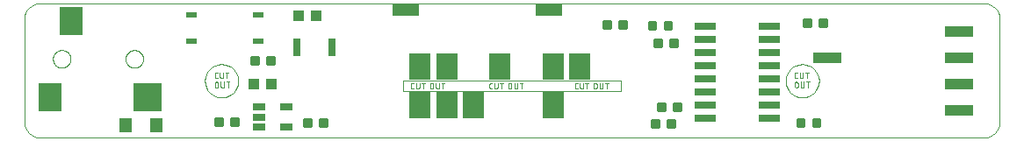
<source format=gtp>
G04 EAGLE Gerber RS-274X export*
G75*
%MOMM*%
%FSLAX34Y34*%
%LPD*%
%INSolder paste top*%
%IPPOS*%
%AMOC8*
5,1,8,0,0,1.08239X$1,22.5*%
G01*
%ADD10C,0.001000*%
%ADD11C,0.050800*%
%ADD12R,2.032000X0.660400*%
%ADD13R,1.200000X1.400000*%
%ADD14R,1.000000X0.600000*%
%ADD15C,0.222250*%
%ADD16R,2.700000X1.000000*%
%ADD17R,2.540000X1.270000*%
%ADD18R,1.200000X0.690000*%
%ADD19C,0.000000*%
%ADD20R,2.200000X2.800000*%
%ADD21R,2.800000X2.800000*%
%ADD22R,2.159000X2.540000*%
%ADD23R,0.800000X1.700000*%
%ADD24R,1.000000X1.100000*%


D10*
X23631Y143928D02*
X933481Y143928D01*
X936509Y143620D01*
X939335Y142739D01*
X941895Y141345D01*
X944128Y139500D01*
X945973Y137267D01*
X947367Y134707D01*
X948248Y131881D01*
X948556Y128853D01*
X948556Y29003D01*
X948248Y25975D01*
X947367Y23149D01*
X945973Y20589D01*
X944128Y18356D01*
X941895Y16511D01*
X939335Y15117D01*
X936509Y14236D01*
X933481Y13928D01*
X23631Y13928D01*
X20603Y14236D01*
X17777Y15117D01*
X15217Y16511D01*
X12984Y18356D01*
X11139Y20589D01*
X9745Y23149D01*
X8864Y25975D01*
X8556Y29003D01*
X8556Y128853D01*
X8864Y131881D01*
X9745Y134707D01*
X11139Y137267D01*
X12984Y139500D01*
X15217Y141345D01*
X17777Y142739D01*
X20603Y143620D01*
X23631Y143928D01*
X758556Y84978D02*
X761791Y84652D01*
X764803Y83717D01*
X767530Y82237D01*
X769905Y80277D01*
X771865Y77902D01*
X773345Y75175D01*
X774280Y72163D01*
X774606Y68928D01*
X774280Y65693D01*
X773345Y62681D01*
X771865Y59954D01*
X769905Y57579D01*
X767530Y55619D01*
X764803Y54139D01*
X761791Y53204D01*
X758556Y52878D01*
X755321Y53204D01*
X752309Y54139D01*
X749582Y55619D01*
X747207Y57579D01*
X745247Y59954D01*
X743767Y62681D01*
X742832Y65693D01*
X742506Y68928D01*
X742832Y72163D01*
X743767Y75175D01*
X745247Y77902D01*
X747207Y80277D01*
X749582Y82237D01*
X752309Y83717D01*
X755321Y84652D01*
X758556Y84978D01*
X201791Y84652D02*
X198556Y84978D01*
X201791Y84652D02*
X204803Y83717D01*
X207530Y82237D01*
X209905Y80277D01*
X211865Y77902D01*
X213345Y75175D01*
X214280Y72163D01*
X214606Y68928D01*
X214280Y65693D01*
X213345Y62681D01*
X211865Y59954D01*
X209905Y57579D01*
X207530Y55619D01*
X204803Y54139D01*
X201791Y53204D01*
X198556Y52878D01*
X195321Y53204D01*
X192309Y54139D01*
X189582Y55619D01*
X187207Y57579D01*
X185247Y59954D01*
X183767Y62681D01*
X182832Y65693D01*
X182506Y68928D01*
X182832Y72163D01*
X183767Y75175D01*
X185247Y77902D01*
X187207Y80277D01*
X189582Y82237D01*
X192309Y83717D01*
X195321Y84652D01*
X198556Y84978D01*
X373556Y58928D02*
X583556Y58928D01*
X583556Y68928D01*
X373556Y68928D01*
X373556Y58928D01*
X755425Y84670D02*
X758556Y84978D01*
X755425Y84670D02*
X752414Y83756D01*
X749639Y82273D01*
X747207Y80277D01*
X745211Y77845D01*
X743728Y75070D01*
X742814Y72059D01*
X742506Y68928D01*
X742814Y65797D01*
X743728Y62786D01*
X745211Y60011D01*
X747207Y57579D01*
X749639Y55583D01*
X752414Y54100D01*
X755425Y53186D01*
X758556Y52878D01*
X761687Y53186D01*
X764698Y54100D01*
X767473Y55583D01*
X769905Y57579D01*
X771901Y60011D01*
X773384Y62786D01*
X774298Y65797D01*
X774606Y68928D01*
X774298Y72059D01*
X773384Y75070D01*
X771901Y77845D01*
X769905Y80277D01*
X767473Y82273D01*
X764698Y83756D01*
X761687Y84670D01*
X758556Y84978D01*
X198556Y84978D02*
X195425Y84670D01*
X192414Y83756D01*
X189639Y82273D01*
X187207Y80277D01*
X185211Y77845D01*
X183728Y75070D01*
X182814Y72059D01*
X182506Y68928D01*
X182814Y65797D01*
X183728Y62786D01*
X185211Y60011D01*
X187207Y57579D01*
X189639Y55583D01*
X192414Y54100D01*
X195425Y53186D01*
X198556Y52878D01*
X201687Y53186D01*
X204698Y54100D01*
X207473Y55583D01*
X209905Y57579D01*
X211901Y60011D01*
X213384Y62786D01*
X214298Y65797D01*
X214606Y68928D01*
X214298Y72059D01*
X213384Y75070D01*
X211901Y77845D01*
X209905Y80277D01*
X207473Y82273D01*
X204698Y83756D01*
X201687Y84670D01*
X198556Y84978D01*
D11*
X194738Y71398D02*
X193496Y71398D01*
X193426Y71400D01*
X193357Y71406D01*
X193288Y71416D01*
X193220Y71429D01*
X193152Y71447D01*
X193086Y71468D01*
X193021Y71493D01*
X192957Y71521D01*
X192895Y71553D01*
X192835Y71588D01*
X192777Y71627D01*
X192722Y71669D01*
X192668Y71714D01*
X192618Y71762D01*
X192570Y71812D01*
X192525Y71866D01*
X192483Y71921D01*
X192444Y71979D01*
X192409Y72039D01*
X192377Y72101D01*
X192349Y72165D01*
X192324Y72230D01*
X192303Y72296D01*
X192285Y72364D01*
X192272Y72432D01*
X192262Y72501D01*
X192256Y72570D01*
X192254Y72640D01*
X192254Y75744D01*
X192256Y75814D01*
X192262Y75883D01*
X192272Y75952D01*
X192285Y76020D01*
X192303Y76088D01*
X192324Y76154D01*
X192349Y76219D01*
X192377Y76283D01*
X192409Y76345D01*
X192444Y76405D01*
X192483Y76463D01*
X192525Y76518D01*
X192570Y76572D01*
X192618Y76622D01*
X192668Y76670D01*
X192722Y76715D01*
X192777Y76757D01*
X192835Y76796D01*
X192895Y76831D01*
X192957Y76863D01*
X193021Y76891D01*
X193086Y76916D01*
X193152Y76937D01*
X193220Y76955D01*
X193288Y76968D01*
X193357Y76978D01*
X193426Y76984D01*
X193496Y76986D01*
X194738Y76986D01*
X197025Y76986D02*
X197025Y72950D01*
X197027Y72873D01*
X197033Y72795D01*
X197042Y72719D01*
X197056Y72642D01*
X197073Y72567D01*
X197094Y72493D01*
X197119Y72419D01*
X197147Y72347D01*
X197179Y72277D01*
X197214Y72208D01*
X197253Y72141D01*
X197295Y72076D01*
X197340Y72013D01*
X197388Y71952D01*
X197439Y71894D01*
X197493Y71839D01*
X197550Y71786D01*
X197609Y71737D01*
X197671Y71690D01*
X197735Y71646D01*
X197801Y71606D01*
X197869Y71569D01*
X197939Y71535D01*
X198010Y71505D01*
X198083Y71479D01*
X198157Y71456D01*
X198232Y71437D01*
X198307Y71422D01*
X198384Y71410D01*
X198461Y71402D01*
X198538Y71398D01*
X198616Y71398D01*
X198693Y71402D01*
X198770Y71410D01*
X198847Y71422D01*
X198922Y71437D01*
X198997Y71456D01*
X199071Y71479D01*
X199144Y71505D01*
X199215Y71535D01*
X199285Y71569D01*
X199353Y71606D01*
X199419Y71646D01*
X199483Y71690D01*
X199545Y71737D01*
X199604Y71786D01*
X199661Y71839D01*
X199715Y71894D01*
X199766Y71952D01*
X199814Y72013D01*
X199859Y72076D01*
X199901Y72141D01*
X199940Y72208D01*
X199975Y72277D01*
X200007Y72347D01*
X200035Y72419D01*
X200060Y72493D01*
X200081Y72567D01*
X200098Y72642D01*
X200112Y72719D01*
X200121Y72795D01*
X200127Y72873D01*
X200129Y72950D01*
X200130Y72950D02*
X200130Y76986D01*
X203881Y76986D02*
X203881Y71398D01*
X202329Y76986D02*
X205433Y76986D01*
X192254Y66290D02*
X192254Y63806D01*
X192254Y66290D02*
X192256Y66367D01*
X192262Y66445D01*
X192271Y66521D01*
X192285Y66598D01*
X192302Y66673D01*
X192323Y66747D01*
X192348Y66821D01*
X192376Y66893D01*
X192408Y66963D01*
X192443Y67032D01*
X192482Y67099D01*
X192524Y67164D01*
X192569Y67227D01*
X192617Y67288D01*
X192668Y67346D01*
X192722Y67401D01*
X192779Y67454D01*
X192838Y67503D01*
X192900Y67550D01*
X192964Y67594D01*
X193030Y67634D01*
X193098Y67671D01*
X193168Y67705D01*
X193239Y67735D01*
X193312Y67761D01*
X193386Y67784D01*
X193461Y67803D01*
X193536Y67818D01*
X193613Y67830D01*
X193690Y67838D01*
X193767Y67842D01*
X193845Y67842D01*
X193922Y67838D01*
X193999Y67830D01*
X194076Y67818D01*
X194151Y67803D01*
X194226Y67784D01*
X194300Y67761D01*
X194373Y67735D01*
X194444Y67705D01*
X194514Y67671D01*
X194582Y67634D01*
X194648Y67594D01*
X194712Y67550D01*
X194774Y67503D01*
X194833Y67454D01*
X194890Y67401D01*
X194944Y67346D01*
X194995Y67288D01*
X195043Y67227D01*
X195088Y67164D01*
X195130Y67099D01*
X195169Y67032D01*
X195204Y66963D01*
X195236Y66893D01*
X195264Y66821D01*
X195289Y66747D01*
X195310Y66673D01*
X195327Y66598D01*
X195341Y66521D01*
X195350Y66445D01*
X195356Y66367D01*
X195358Y66290D01*
X195358Y63806D01*
X195356Y63729D01*
X195350Y63651D01*
X195341Y63575D01*
X195327Y63498D01*
X195310Y63423D01*
X195289Y63349D01*
X195264Y63275D01*
X195236Y63203D01*
X195204Y63133D01*
X195169Y63064D01*
X195130Y62997D01*
X195088Y62932D01*
X195043Y62869D01*
X194995Y62808D01*
X194944Y62750D01*
X194890Y62695D01*
X194833Y62642D01*
X194774Y62593D01*
X194712Y62546D01*
X194648Y62502D01*
X194582Y62462D01*
X194514Y62425D01*
X194444Y62391D01*
X194373Y62361D01*
X194300Y62335D01*
X194226Y62312D01*
X194151Y62293D01*
X194076Y62278D01*
X193999Y62266D01*
X193922Y62258D01*
X193845Y62254D01*
X193767Y62254D01*
X193690Y62258D01*
X193613Y62266D01*
X193536Y62278D01*
X193461Y62293D01*
X193386Y62312D01*
X193312Y62335D01*
X193239Y62361D01*
X193168Y62391D01*
X193098Y62425D01*
X193030Y62462D01*
X192964Y62502D01*
X192900Y62546D01*
X192838Y62593D01*
X192779Y62642D01*
X192722Y62695D01*
X192668Y62750D01*
X192617Y62808D01*
X192569Y62869D01*
X192524Y62932D01*
X192482Y62997D01*
X192443Y63064D01*
X192408Y63133D01*
X192376Y63203D01*
X192348Y63275D01*
X192323Y63349D01*
X192302Y63423D01*
X192285Y63498D01*
X192271Y63575D01*
X192262Y63651D01*
X192256Y63729D01*
X192254Y63806D01*
X197923Y63806D02*
X197923Y67842D01*
X197923Y63806D02*
X197925Y63729D01*
X197931Y63651D01*
X197940Y63575D01*
X197954Y63498D01*
X197971Y63423D01*
X197992Y63349D01*
X198017Y63275D01*
X198045Y63203D01*
X198077Y63133D01*
X198112Y63064D01*
X198151Y62997D01*
X198193Y62932D01*
X198238Y62869D01*
X198286Y62808D01*
X198337Y62750D01*
X198391Y62695D01*
X198448Y62642D01*
X198507Y62593D01*
X198569Y62546D01*
X198633Y62502D01*
X198699Y62462D01*
X198767Y62425D01*
X198837Y62391D01*
X198908Y62361D01*
X198981Y62335D01*
X199055Y62312D01*
X199130Y62293D01*
X199205Y62278D01*
X199282Y62266D01*
X199359Y62258D01*
X199436Y62254D01*
X199514Y62254D01*
X199591Y62258D01*
X199668Y62266D01*
X199745Y62278D01*
X199820Y62293D01*
X199895Y62312D01*
X199969Y62335D01*
X200042Y62361D01*
X200113Y62391D01*
X200183Y62425D01*
X200251Y62462D01*
X200317Y62502D01*
X200381Y62546D01*
X200443Y62593D01*
X200502Y62642D01*
X200559Y62695D01*
X200613Y62750D01*
X200664Y62808D01*
X200712Y62869D01*
X200757Y62932D01*
X200799Y62997D01*
X200838Y63064D01*
X200873Y63133D01*
X200905Y63203D01*
X200933Y63275D01*
X200958Y63349D01*
X200979Y63423D01*
X200996Y63498D01*
X201010Y63575D01*
X201019Y63651D01*
X201025Y63729D01*
X201027Y63806D01*
X201028Y63806D02*
X201028Y67842D01*
X204779Y67842D02*
X204779Y62254D01*
X203227Y67842D02*
X206331Y67842D01*
X752496Y71398D02*
X753738Y71398D01*
X752496Y71398D02*
X752426Y71400D01*
X752357Y71406D01*
X752288Y71416D01*
X752220Y71429D01*
X752152Y71447D01*
X752086Y71468D01*
X752021Y71493D01*
X751957Y71521D01*
X751895Y71553D01*
X751835Y71588D01*
X751777Y71627D01*
X751722Y71669D01*
X751668Y71714D01*
X751618Y71762D01*
X751570Y71812D01*
X751525Y71866D01*
X751483Y71921D01*
X751444Y71979D01*
X751409Y72039D01*
X751377Y72101D01*
X751349Y72165D01*
X751324Y72230D01*
X751303Y72296D01*
X751285Y72364D01*
X751272Y72432D01*
X751262Y72501D01*
X751256Y72570D01*
X751254Y72640D01*
X751254Y75744D01*
X751256Y75814D01*
X751262Y75883D01*
X751272Y75952D01*
X751285Y76020D01*
X751303Y76088D01*
X751324Y76154D01*
X751349Y76219D01*
X751377Y76283D01*
X751409Y76345D01*
X751444Y76405D01*
X751483Y76463D01*
X751525Y76518D01*
X751570Y76572D01*
X751618Y76622D01*
X751668Y76670D01*
X751722Y76715D01*
X751777Y76757D01*
X751835Y76796D01*
X751895Y76831D01*
X751957Y76863D01*
X752021Y76891D01*
X752086Y76916D01*
X752152Y76937D01*
X752220Y76955D01*
X752288Y76968D01*
X752357Y76978D01*
X752426Y76984D01*
X752496Y76986D01*
X753738Y76986D01*
X756025Y76986D02*
X756025Y72950D01*
X756027Y72873D01*
X756033Y72795D01*
X756042Y72719D01*
X756056Y72642D01*
X756073Y72567D01*
X756094Y72493D01*
X756119Y72419D01*
X756147Y72347D01*
X756179Y72277D01*
X756214Y72208D01*
X756253Y72141D01*
X756295Y72076D01*
X756340Y72013D01*
X756388Y71952D01*
X756439Y71894D01*
X756493Y71839D01*
X756550Y71786D01*
X756609Y71737D01*
X756671Y71690D01*
X756735Y71646D01*
X756801Y71606D01*
X756869Y71569D01*
X756939Y71535D01*
X757010Y71505D01*
X757083Y71479D01*
X757157Y71456D01*
X757232Y71437D01*
X757307Y71422D01*
X757384Y71410D01*
X757461Y71402D01*
X757538Y71398D01*
X757616Y71398D01*
X757693Y71402D01*
X757770Y71410D01*
X757847Y71422D01*
X757922Y71437D01*
X757997Y71456D01*
X758071Y71479D01*
X758144Y71505D01*
X758215Y71535D01*
X758285Y71569D01*
X758353Y71606D01*
X758419Y71646D01*
X758483Y71690D01*
X758545Y71737D01*
X758604Y71786D01*
X758661Y71839D01*
X758715Y71894D01*
X758766Y71952D01*
X758814Y72013D01*
X758859Y72076D01*
X758901Y72141D01*
X758940Y72208D01*
X758975Y72277D01*
X759007Y72347D01*
X759035Y72419D01*
X759060Y72493D01*
X759081Y72567D01*
X759098Y72642D01*
X759112Y72719D01*
X759121Y72795D01*
X759127Y72873D01*
X759129Y72950D01*
X759130Y72950D02*
X759130Y76986D01*
X762881Y76986D02*
X762881Y71398D01*
X761329Y76986D02*
X764433Y76986D01*
X751254Y66290D02*
X751254Y63806D01*
X751254Y66290D02*
X751256Y66367D01*
X751262Y66445D01*
X751271Y66521D01*
X751285Y66598D01*
X751302Y66673D01*
X751323Y66747D01*
X751348Y66821D01*
X751376Y66893D01*
X751408Y66963D01*
X751443Y67032D01*
X751482Y67099D01*
X751524Y67164D01*
X751569Y67227D01*
X751617Y67288D01*
X751668Y67346D01*
X751722Y67401D01*
X751779Y67454D01*
X751838Y67503D01*
X751900Y67550D01*
X751964Y67594D01*
X752030Y67634D01*
X752098Y67671D01*
X752168Y67705D01*
X752239Y67735D01*
X752312Y67761D01*
X752386Y67784D01*
X752461Y67803D01*
X752536Y67818D01*
X752613Y67830D01*
X752690Y67838D01*
X752767Y67842D01*
X752845Y67842D01*
X752922Y67838D01*
X752999Y67830D01*
X753076Y67818D01*
X753151Y67803D01*
X753226Y67784D01*
X753300Y67761D01*
X753373Y67735D01*
X753444Y67705D01*
X753514Y67671D01*
X753582Y67634D01*
X753648Y67594D01*
X753712Y67550D01*
X753774Y67503D01*
X753833Y67454D01*
X753890Y67401D01*
X753944Y67346D01*
X753995Y67288D01*
X754043Y67227D01*
X754088Y67164D01*
X754130Y67099D01*
X754169Y67032D01*
X754204Y66963D01*
X754236Y66893D01*
X754264Y66821D01*
X754289Y66747D01*
X754310Y66673D01*
X754327Y66598D01*
X754341Y66521D01*
X754350Y66445D01*
X754356Y66367D01*
X754358Y66290D01*
X754358Y63806D01*
X754356Y63729D01*
X754350Y63651D01*
X754341Y63575D01*
X754327Y63498D01*
X754310Y63423D01*
X754289Y63349D01*
X754264Y63275D01*
X754236Y63203D01*
X754204Y63133D01*
X754169Y63064D01*
X754130Y62997D01*
X754088Y62932D01*
X754043Y62869D01*
X753995Y62808D01*
X753944Y62750D01*
X753890Y62695D01*
X753833Y62642D01*
X753774Y62593D01*
X753712Y62546D01*
X753648Y62502D01*
X753582Y62462D01*
X753514Y62425D01*
X753444Y62391D01*
X753373Y62361D01*
X753300Y62335D01*
X753226Y62312D01*
X753151Y62293D01*
X753076Y62278D01*
X752999Y62266D01*
X752922Y62258D01*
X752845Y62254D01*
X752767Y62254D01*
X752690Y62258D01*
X752613Y62266D01*
X752536Y62278D01*
X752461Y62293D01*
X752386Y62312D01*
X752312Y62335D01*
X752239Y62361D01*
X752168Y62391D01*
X752098Y62425D01*
X752030Y62462D01*
X751964Y62502D01*
X751900Y62546D01*
X751838Y62593D01*
X751779Y62642D01*
X751722Y62695D01*
X751668Y62750D01*
X751617Y62808D01*
X751569Y62869D01*
X751524Y62932D01*
X751482Y62997D01*
X751443Y63064D01*
X751408Y63133D01*
X751376Y63203D01*
X751348Y63275D01*
X751323Y63349D01*
X751302Y63423D01*
X751285Y63498D01*
X751271Y63575D01*
X751262Y63651D01*
X751256Y63729D01*
X751254Y63806D01*
X756923Y63806D02*
X756923Y67842D01*
X756923Y63806D02*
X756925Y63729D01*
X756931Y63651D01*
X756940Y63575D01*
X756954Y63498D01*
X756971Y63423D01*
X756992Y63349D01*
X757017Y63275D01*
X757045Y63203D01*
X757077Y63133D01*
X757112Y63064D01*
X757151Y62997D01*
X757193Y62932D01*
X757238Y62869D01*
X757286Y62808D01*
X757337Y62750D01*
X757391Y62695D01*
X757448Y62642D01*
X757507Y62593D01*
X757569Y62546D01*
X757633Y62502D01*
X757699Y62462D01*
X757767Y62425D01*
X757837Y62391D01*
X757908Y62361D01*
X757981Y62335D01*
X758055Y62312D01*
X758130Y62293D01*
X758205Y62278D01*
X758282Y62266D01*
X758359Y62258D01*
X758436Y62254D01*
X758514Y62254D01*
X758591Y62258D01*
X758668Y62266D01*
X758745Y62278D01*
X758820Y62293D01*
X758895Y62312D01*
X758969Y62335D01*
X759042Y62361D01*
X759113Y62391D01*
X759183Y62425D01*
X759251Y62462D01*
X759317Y62502D01*
X759381Y62546D01*
X759443Y62593D01*
X759502Y62642D01*
X759559Y62695D01*
X759613Y62750D01*
X759664Y62808D01*
X759712Y62869D01*
X759757Y62932D01*
X759799Y62997D01*
X759838Y63064D01*
X759873Y63133D01*
X759905Y63203D01*
X759933Y63275D01*
X759958Y63349D01*
X759979Y63423D01*
X759996Y63498D01*
X760010Y63575D01*
X760019Y63651D01*
X760025Y63729D01*
X760027Y63806D01*
X760028Y63806D02*
X760028Y67842D01*
X763779Y67842D02*
X763779Y62254D01*
X762227Y67842D02*
X765331Y67842D01*
X383965Y61278D02*
X382724Y61278D01*
X382724Y61277D02*
X382654Y61279D01*
X382585Y61285D01*
X382516Y61295D01*
X382448Y61308D01*
X382380Y61326D01*
X382314Y61347D01*
X382249Y61372D01*
X382185Y61400D01*
X382123Y61432D01*
X382063Y61467D01*
X382005Y61506D01*
X381950Y61548D01*
X381896Y61593D01*
X381846Y61641D01*
X381798Y61691D01*
X381753Y61745D01*
X381711Y61800D01*
X381672Y61858D01*
X381637Y61918D01*
X381605Y61980D01*
X381577Y62044D01*
X381552Y62109D01*
X381531Y62175D01*
X381513Y62243D01*
X381500Y62311D01*
X381490Y62380D01*
X381484Y62449D01*
X381482Y62519D01*
X381482Y65624D01*
X381484Y65694D01*
X381490Y65763D01*
X381500Y65832D01*
X381513Y65900D01*
X381531Y65968D01*
X381552Y66034D01*
X381577Y66099D01*
X381605Y66163D01*
X381637Y66225D01*
X381672Y66285D01*
X381711Y66343D01*
X381753Y66398D01*
X381798Y66452D01*
X381846Y66502D01*
X381896Y66550D01*
X381950Y66595D01*
X382005Y66637D01*
X382063Y66676D01*
X382123Y66711D01*
X382185Y66743D01*
X382249Y66771D01*
X382314Y66796D01*
X382380Y66817D01*
X382448Y66835D01*
X382516Y66848D01*
X382585Y66858D01*
X382654Y66864D01*
X382724Y66866D01*
X383965Y66866D01*
X386253Y66866D02*
X386253Y62830D01*
X386255Y62753D01*
X386261Y62675D01*
X386270Y62599D01*
X386284Y62522D01*
X386301Y62447D01*
X386322Y62373D01*
X386347Y62299D01*
X386375Y62227D01*
X386407Y62157D01*
X386442Y62088D01*
X386481Y62021D01*
X386523Y61956D01*
X386568Y61893D01*
X386616Y61832D01*
X386667Y61774D01*
X386721Y61719D01*
X386778Y61666D01*
X386837Y61617D01*
X386899Y61570D01*
X386963Y61526D01*
X387029Y61486D01*
X387097Y61449D01*
X387167Y61415D01*
X387238Y61385D01*
X387311Y61359D01*
X387385Y61336D01*
X387460Y61317D01*
X387535Y61302D01*
X387612Y61290D01*
X387689Y61282D01*
X387766Y61278D01*
X387844Y61278D01*
X387921Y61282D01*
X387998Y61290D01*
X388075Y61302D01*
X388150Y61317D01*
X388225Y61336D01*
X388299Y61359D01*
X388372Y61385D01*
X388443Y61415D01*
X388513Y61449D01*
X388581Y61486D01*
X388647Y61526D01*
X388711Y61570D01*
X388773Y61617D01*
X388832Y61666D01*
X388889Y61719D01*
X388943Y61774D01*
X388994Y61832D01*
X389042Y61893D01*
X389087Y61956D01*
X389129Y62021D01*
X389168Y62088D01*
X389203Y62157D01*
X389235Y62227D01*
X389263Y62299D01*
X389288Y62373D01*
X389309Y62447D01*
X389326Y62522D01*
X389340Y62599D01*
X389349Y62675D01*
X389355Y62753D01*
X389357Y62830D01*
X389357Y66866D01*
X393109Y66866D02*
X393109Y61278D01*
X391556Y66866D02*
X394661Y66866D01*
X399603Y65313D02*
X399603Y62830D01*
X399603Y65313D02*
X399605Y65390D01*
X399611Y65468D01*
X399620Y65544D01*
X399634Y65621D01*
X399651Y65696D01*
X399672Y65770D01*
X399697Y65844D01*
X399725Y65916D01*
X399757Y65986D01*
X399792Y66055D01*
X399831Y66122D01*
X399873Y66187D01*
X399918Y66250D01*
X399966Y66311D01*
X400017Y66369D01*
X400071Y66424D01*
X400128Y66477D01*
X400187Y66526D01*
X400249Y66573D01*
X400313Y66617D01*
X400379Y66657D01*
X400447Y66694D01*
X400517Y66728D01*
X400588Y66758D01*
X400661Y66784D01*
X400735Y66807D01*
X400810Y66826D01*
X400885Y66841D01*
X400962Y66853D01*
X401039Y66861D01*
X401116Y66865D01*
X401194Y66865D01*
X401271Y66861D01*
X401348Y66853D01*
X401425Y66841D01*
X401500Y66826D01*
X401575Y66807D01*
X401649Y66784D01*
X401722Y66758D01*
X401793Y66728D01*
X401863Y66694D01*
X401931Y66657D01*
X401997Y66617D01*
X402061Y66573D01*
X402123Y66526D01*
X402182Y66477D01*
X402239Y66424D01*
X402293Y66369D01*
X402344Y66311D01*
X402392Y66250D01*
X402437Y66187D01*
X402479Y66122D01*
X402518Y66055D01*
X402553Y65986D01*
X402585Y65916D01*
X402613Y65844D01*
X402638Y65770D01*
X402659Y65696D01*
X402676Y65621D01*
X402690Y65544D01*
X402699Y65468D01*
X402705Y65390D01*
X402707Y65313D01*
X402707Y62830D01*
X402705Y62753D01*
X402699Y62675D01*
X402690Y62599D01*
X402676Y62522D01*
X402659Y62447D01*
X402638Y62373D01*
X402613Y62299D01*
X402585Y62227D01*
X402553Y62157D01*
X402518Y62088D01*
X402479Y62021D01*
X402437Y61956D01*
X402392Y61893D01*
X402344Y61832D01*
X402293Y61774D01*
X402239Y61719D01*
X402182Y61666D01*
X402123Y61617D01*
X402061Y61570D01*
X401997Y61526D01*
X401931Y61486D01*
X401863Y61449D01*
X401793Y61415D01*
X401722Y61385D01*
X401649Y61359D01*
X401575Y61336D01*
X401500Y61317D01*
X401425Y61302D01*
X401348Y61290D01*
X401271Y61282D01*
X401194Y61278D01*
X401116Y61278D01*
X401039Y61282D01*
X400962Y61290D01*
X400885Y61302D01*
X400810Y61317D01*
X400735Y61336D01*
X400661Y61359D01*
X400588Y61385D01*
X400517Y61415D01*
X400447Y61449D01*
X400379Y61486D01*
X400313Y61526D01*
X400249Y61570D01*
X400187Y61617D01*
X400128Y61666D01*
X400071Y61719D01*
X400017Y61774D01*
X399966Y61832D01*
X399918Y61893D01*
X399873Y61956D01*
X399831Y62021D01*
X399792Y62088D01*
X399757Y62157D01*
X399725Y62227D01*
X399697Y62299D01*
X399672Y62373D01*
X399651Y62447D01*
X399634Y62522D01*
X399620Y62599D01*
X399611Y62675D01*
X399605Y62753D01*
X399603Y62830D01*
X405272Y62830D02*
X405272Y66866D01*
X405273Y62830D02*
X405275Y62753D01*
X405281Y62675D01*
X405290Y62599D01*
X405304Y62522D01*
X405321Y62447D01*
X405342Y62373D01*
X405367Y62299D01*
X405395Y62227D01*
X405427Y62157D01*
X405462Y62088D01*
X405501Y62021D01*
X405543Y61956D01*
X405588Y61893D01*
X405636Y61832D01*
X405687Y61774D01*
X405741Y61719D01*
X405798Y61666D01*
X405857Y61617D01*
X405919Y61570D01*
X405983Y61526D01*
X406049Y61486D01*
X406117Y61449D01*
X406187Y61415D01*
X406258Y61385D01*
X406331Y61359D01*
X406405Y61336D01*
X406480Y61317D01*
X406555Y61302D01*
X406632Y61290D01*
X406709Y61282D01*
X406786Y61278D01*
X406864Y61278D01*
X406941Y61282D01*
X407018Y61290D01*
X407095Y61302D01*
X407170Y61317D01*
X407245Y61336D01*
X407319Y61359D01*
X407392Y61385D01*
X407463Y61415D01*
X407533Y61449D01*
X407601Y61486D01*
X407667Y61526D01*
X407731Y61570D01*
X407793Y61617D01*
X407852Y61666D01*
X407909Y61719D01*
X407963Y61774D01*
X408014Y61832D01*
X408062Y61893D01*
X408107Y61956D01*
X408149Y62021D01*
X408188Y62088D01*
X408223Y62157D01*
X408255Y62227D01*
X408283Y62299D01*
X408308Y62373D01*
X408329Y62447D01*
X408346Y62522D01*
X408360Y62599D01*
X408369Y62675D01*
X408375Y62753D01*
X408377Y62830D01*
X408377Y66866D01*
X412128Y66866D02*
X412128Y61278D01*
X410576Y66866D02*
X413680Y66866D01*
X540496Y61254D02*
X541738Y61254D01*
X540496Y61254D02*
X540426Y61256D01*
X540357Y61262D01*
X540288Y61272D01*
X540220Y61285D01*
X540152Y61303D01*
X540086Y61324D01*
X540021Y61349D01*
X539957Y61377D01*
X539895Y61409D01*
X539835Y61444D01*
X539777Y61483D01*
X539722Y61525D01*
X539668Y61570D01*
X539618Y61618D01*
X539570Y61668D01*
X539525Y61722D01*
X539483Y61777D01*
X539444Y61835D01*
X539409Y61895D01*
X539377Y61957D01*
X539349Y62021D01*
X539324Y62086D01*
X539303Y62152D01*
X539285Y62220D01*
X539272Y62288D01*
X539262Y62357D01*
X539256Y62426D01*
X539254Y62496D01*
X539254Y65600D01*
X539256Y65670D01*
X539262Y65739D01*
X539272Y65808D01*
X539285Y65876D01*
X539303Y65944D01*
X539324Y66010D01*
X539349Y66075D01*
X539377Y66139D01*
X539409Y66201D01*
X539444Y66261D01*
X539483Y66319D01*
X539525Y66374D01*
X539570Y66428D01*
X539618Y66478D01*
X539668Y66526D01*
X539722Y66571D01*
X539777Y66613D01*
X539835Y66652D01*
X539895Y66687D01*
X539957Y66719D01*
X540021Y66747D01*
X540086Y66772D01*
X540152Y66793D01*
X540220Y66811D01*
X540288Y66824D01*
X540357Y66834D01*
X540426Y66840D01*
X540496Y66842D01*
X541738Y66842D01*
X544025Y66842D02*
X544025Y62806D01*
X544027Y62729D01*
X544033Y62651D01*
X544042Y62575D01*
X544056Y62498D01*
X544073Y62423D01*
X544094Y62349D01*
X544119Y62275D01*
X544147Y62203D01*
X544179Y62133D01*
X544214Y62064D01*
X544253Y61997D01*
X544295Y61932D01*
X544340Y61869D01*
X544388Y61808D01*
X544439Y61750D01*
X544493Y61695D01*
X544550Y61642D01*
X544609Y61593D01*
X544671Y61546D01*
X544735Y61502D01*
X544801Y61462D01*
X544869Y61425D01*
X544939Y61391D01*
X545010Y61361D01*
X545083Y61335D01*
X545157Y61312D01*
X545232Y61293D01*
X545307Y61278D01*
X545384Y61266D01*
X545461Y61258D01*
X545538Y61254D01*
X545616Y61254D01*
X545693Y61258D01*
X545770Y61266D01*
X545847Y61278D01*
X545922Y61293D01*
X545997Y61312D01*
X546071Y61335D01*
X546144Y61361D01*
X546215Y61391D01*
X546285Y61425D01*
X546353Y61462D01*
X546419Y61502D01*
X546483Y61546D01*
X546545Y61593D01*
X546604Y61642D01*
X546661Y61695D01*
X546715Y61750D01*
X546766Y61808D01*
X546814Y61869D01*
X546859Y61932D01*
X546901Y61997D01*
X546940Y62064D01*
X546975Y62133D01*
X547007Y62203D01*
X547035Y62275D01*
X547060Y62349D01*
X547081Y62423D01*
X547098Y62498D01*
X547112Y62575D01*
X547121Y62651D01*
X547127Y62729D01*
X547129Y62806D01*
X547130Y62806D02*
X547130Y66842D01*
X550881Y66842D02*
X550881Y61254D01*
X549329Y66842D02*
X552433Y66842D01*
X557375Y65290D02*
X557375Y62806D01*
X557375Y65290D02*
X557377Y65367D01*
X557383Y65445D01*
X557392Y65521D01*
X557406Y65598D01*
X557423Y65673D01*
X557444Y65747D01*
X557469Y65821D01*
X557497Y65893D01*
X557529Y65963D01*
X557564Y66032D01*
X557603Y66099D01*
X557645Y66164D01*
X557690Y66227D01*
X557738Y66288D01*
X557789Y66346D01*
X557843Y66401D01*
X557900Y66454D01*
X557959Y66503D01*
X558021Y66550D01*
X558085Y66594D01*
X558151Y66634D01*
X558219Y66671D01*
X558289Y66705D01*
X558360Y66735D01*
X558433Y66761D01*
X558507Y66784D01*
X558582Y66803D01*
X558657Y66818D01*
X558734Y66830D01*
X558811Y66838D01*
X558888Y66842D01*
X558966Y66842D01*
X559043Y66838D01*
X559120Y66830D01*
X559197Y66818D01*
X559272Y66803D01*
X559347Y66784D01*
X559421Y66761D01*
X559494Y66735D01*
X559565Y66705D01*
X559635Y66671D01*
X559703Y66634D01*
X559769Y66594D01*
X559833Y66550D01*
X559895Y66503D01*
X559954Y66454D01*
X560011Y66401D01*
X560065Y66346D01*
X560116Y66288D01*
X560164Y66227D01*
X560209Y66164D01*
X560251Y66099D01*
X560290Y66032D01*
X560325Y65963D01*
X560357Y65893D01*
X560385Y65821D01*
X560410Y65747D01*
X560431Y65673D01*
X560448Y65598D01*
X560462Y65521D01*
X560471Y65445D01*
X560477Y65367D01*
X560479Y65290D01*
X560480Y65290D02*
X560480Y62806D01*
X560479Y62806D02*
X560477Y62729D01*
X560471Y62651D01*
X560462Y62575D01*
X560448Y62498D01*
X560431Y62423D01*
X560410Y62349D01*
X560385Y62275D01*
X560357Y62203D01*
X560325Y62133D01*
X560290Y62064D01*
X560251Y61997D01*
X560209Y61932D01*
X560164Y61869D01*
X560116Y61808D01*
X560065Y61750D01*
X560011Y61695D01*
X559954Y61642D01*
X559895Y61593D01*
X559833Y61546D01*
X559769Y61502D01*
X559703Y61462D01*
X559635Y61425D01*
X559565Y61391D01*
X559494Y61361D01*
X559421Y61335D01*
X559347Y61312D01*
X559272Y61293D01*
X559197Y61278D01*
X559120Y61266D01*
X559043Y61258D01*
X558966Y61254D01*
X558888Y61254D01*
X558811Y61258D01*
X558734Y61266D01*
X558657Y61278D01*
X558582Y61293D01*
X558507Y61312D01*
X558433Y61335D01*
X558360Y61361D01*
X558289Y61391D01*
X558219Y61425D01*
X558151Y61462D01*
X558085Y61502D01*
X558021Y61546D01*
X557959Y61593D01*
X557900Y61642D01*
X557843Y61695D01*
X557789Y61750D01*
X557738Y61808D01*
X557690Y61869D01*
X557645Y61932D01*
X557603Y61997D01*
X557564Y62064D01*
X557529Y62133D01*
X557497Y62203D01*
X557469Y62275D01*
X557444Y62349D01*
X557423Y62423D01*
X557406Y62498D01*
X557392Y62575D01*
X557383Y62651D01*
X557377Y62729D01*
X557375Y62806D01*
X563045Y62806D02*
X563045Y66842D01*
X563045Y62806D02*
X563047Y62729D01*
X563053Y62651D01*
X563062Y62575D01*
X563076Y62498D01*
X563093Y62423D01*
X563114Y62349D01*
X563139Y62275D01*
X563167Y62203D01*
X563199Y62133D01*
X563234Y62064D01*
X563273Y61997D01*
X563315Y61932D01*
X563360Y61869D01*
X563408Y61808D01*
X563459Y61750D01*
X563513Y61695D01*
X563570Y61642D01*
X563629Y61593D01*
X563691Y61546D01*
X563755Y61502D01*
X563821Y61462D01*
X563889Y61425D01*
X563959Y61391D01*
X564030Y61361D01*
X564103Y61335D01*
X564177Y61312D01*
X564252Y61293D01*
X564327Y61278D01*
X564404Y61266D01*
X564481Y61258D01*
X564558Y61254D01*
X564636Y61254D01*
X564713Y61258D01*
X564790Y61266D01*
X564867Y61278D01*
X564942Y61293D01*
X565017Y61312D01*
X565091Y61335D01*
X565164Y61361D01*
X565235Y61391D01*
X565305Y61425D01*
X565373Y61462D01*
X565439Y61502D01*
X565503Y61546D01*
X565565Y61593D01*
X565624Y61642D01*
X565681Y61695D01*
X565735Y61750D01*
X565786Y61808D01*
X565834Y61869D01*
X565879Y61932D01*
X565921Y61997D01*
X565960Y62064D01*
X565995Y62133D01*
X566027Y62203D01*
X566055Y62275D01*
X566080Y62349D01*
X566101Y62423D01*
X566118Y62498D01*
X566132Y62575D01*
X566141Y62651D01*
X566147Y62729D01*
X566149Y62806D01*
X566149Y66842D01*
X569900Y66842D02*
X569900Y61254D01*
X568348Y66842D02*
X571452Y66842D01*
X459463Y61142D02*
X458221Y61142D01*
X458151Y61144D01*
X458082Y61150D01*
X458013Y61160D01*
X457945Y61173D01*
X457877Y61191D01*
X457811Y61212D01*
X457746Y61237D01*
X457682Y61265D01*
X457620Y61297D01*
X457560Y61332D01*
X457502Y61371D01*
X457447Y61413D01*
X457393Y61458D01*
X457343Y61506D01*
X457295Y61556D01*
X457250Y61610D01*
X457208Y61665D01*
X457169Y61723D01*
X457134Y61783D01*
X457102Y61845D01*
X457074Y61909D01*
X457049Y61974D01*
X457028Y62040D01*
X457010Y62108D01*
X456997Y62176D01*
X456987Y62245D01*
X456981Y62314D01*
X456979Y62384D01*
X456979Y65488D01*
X456981Y65558D01*
X456987Y65627D01*
X456997Y65696D01*
X457010Y65764D01*
X457028Y65832D01*
X457049Y65898D01*
X457074Y65963D01*
X457102Y66027D01*
X457134Y66089D01*
X457169Y66149D01*
X457208Y66207D01*
X457250Y66262D01*
X457295Y66316D01*
X457343Y66366D01*
X457393Y66414D01*
X457447Y66459D01*
X457502Y66501D01*
X457560Y66540D01*
X457620Y66575D01*
X457682Y66607D01*
X457746Y66635D01*
X457811Y66660D01*
X457877Y66681D01*
X457945Y66699D01*
X458013Y66712D01*
X458082Y66722D01*
X458151Y66728D01*
X458221Y66730D01*
X459463Y66730D01*
X461750Y66730D02*
X461750Y62694D01*
X461751Y62694D02*
X461753Y62617D01*
X461759Y62539D01*
X461768Y62463D01*
X461782Y62386D01*
X461799Y62311D01*
X461820Y62237D01*
X461845Y62163D01*
X461873Y62091D01*
X461905Y62021D01*
X461940Y61952D01*
X461979Y61885D01*
X462021Y61820D01*
X462066Y61757D01*
X462114Y61696D01*
X462165Y61638D01*
X462219Y61583D01*
X462276Y61530D01*
X462335Y61481D01*
X462397Y61434D01*
X462461Y61390D01*
X462527Y61350D01*
X462595Y61313D01*
X462665Y61279D01*
X462736Y61249D01*
X462809Y61223D01*
X462883Y61200D01*
X462958Y61181D01*
X463033Y61166D01*
X463110Y61154D01*
X463187Y61146D01*
X463264Y61142D01*
X463342Y61142D01*
X463419Y61146D01*
X463496Y61154D01*
X463573Y61166D01*
X463648Y61181D01*
X463723Y61200D01*
X463797Y61223D01*
X463870Y61249D01*
X463941Y61279D01*
X464011Y61313D01*
X464079Y61350D01*
X464145Y61390D01*
X464209Y61434D01*
X464271Y61481D01*
X464330Y61530D01*
X464387Y61583D01*
X464441Y61638D01*
X464492Y61696D01*
X464540Y61757D01*
X464585Y61820D01*
X464627Y61885D01*
X464666Y61952D01*
X464701Y62021D01*
X464733Y62091D01*
X464761Y62163D01*
X464786Y62237D01*
X464807Y62311D01*
X464824Y62386D01*
X464838Y62463D01*
X464847Y62539D01*
X464853Y62617D01*
X464855Y62694D01*
X464855Y66730D01*
X468606Y66730D02*
X468606Y61142D01*
X467054Y66730D02*
X470158Y66730D01*
X475100Y65178D02*
X475100Y62694D01*
X475101Y65178D02*
X475103Y65255D01*
X475109Y65333D01*
X475118Y65409D01*
X475132Y65486D01*
X475149Y65561D01*
X475170Y65635D01*
X475195Y65709D01*
X475223Y65781D01*
X475255Y65851D01*
X475290Y65920D01*
X475329Y65987D01*
X475371Y66052D01*
X475416Y66115D01*
X475464Y66176D01*
X475515Y66234D01*
X475569Y66289D01*
X475626Y66342D01*
X475685Y66391D01*
X475747Y66438D01*
X475811Y66482D01*
X475877Y66522D01*
X475945Y66559D01*
X476015Y66593D01*
X476086Y66623D01*
X476159Y66649D01*
X476233Y66672D01*
X476308Y66691D01*
X476383Y66706D01*
X476460Y66718D01*
X476537Y66726D01*
X476614Y66730D01*
X476692Y66730D01*
X476769Y66726D01*
X476846Y66718D01*
X476923Y66706D01*
X476998Y66691D01*
X477073Y66672D01*
X477147Y66649D01*
X477220Y66623D01*
X477291Y66593D01*
X477361Y66559D01*
X477429Y66522D01*
X477495Y66482D01*
X477559Y66438D01*
X477621Y66391D01*
X477680Y66342D01*
X477737Y66289D01*
X477791Y66234D01*
X477842Y66176D01*
X477890Y66115D01*
X477935Y66052D01*
X477977Y65987D01*
X478016Y65920D01*
X478051Y65851D01*
X478083Y65781D01*
X478111Y65709D01*
X478136Y65635D01*
X478157Y65561D01*
X478174Y65486D01*
X478188Y65409D01*
X478197Y65333D01*
X478203Y65255D01*
X478205Y65178D01*
X478205Y62694D01*
X478203Y62617D01*
X478197Y62539D01*
X478188Y62463D01*
X478174Y62386D01*
X478157Y62311D01*
X478136Y62237D01*
X478111Y62163D01*
X478083Y62091D01*
X478051Y62021D01*
X478016Y61952D01*
X477977Y61885D01*
X477935Y61820D01*
X477890Y61757D01*
X477842Y61696D01*
X477791Y61638D01*
X477737Y61583D01*
X477680Y61530D01*
X477621Y61481D01*
X477559Y61434D01*
X477495Y61390D01*
X477429Y61350D01*
X477361Y61313D01*
X477291Y61279D01*
X477220Y61249D01*
X477147Y61223D01*
X477073Y61200D01*
X476998Y61181D01*
X476923Y61166D01*
X476846Y61154D01*
X476769Y61146D01*
X476692Y61142D01*
X476614Y61142D01*
X476537Y61146D01*
X476460Y61154D01*
X476383Y61166D01*
X476308Y61181D01*
X476233Y61200D01*
X476159Y61223D01*
X476086Y61249D01*
X476015Y61279D01*
X475945Y61313D01*
X475877Y61350D01*
X475811Y61390D01*
X475747Y61434D01*
X475685Y61481D01*
X475626Y61530D01*
X475569Y61583D01*
X475515Y61638D01*
X475464Y61696D01*
X475416Y61757D01*
X475371Y61820D01*
X475329Y61885D01*
X475290Y61952D01*
X475255Y62021D01*
X475223Y62091D01*
X475195Y62163D01*
X475170Y62237D01*
X475149Y62311D01*
X475132Y62386D01*
X475118Y62463D01*
X475109Y62539D01*
X475103Y62617D01*
X475101Y62694D01*
X480770Y62694D02*
X480770Y66730D01*
X480770Y62694D02*
X480772Y62617D01*
X480778Y62539D01*
X480787Y62463D01*
X480801Y62386D01*
X480818Y62311D01*
X480839Y62237D01*
X480864Y62163D01*
X480892Y62091D01*
X480924Y62021D01*
X480959Y61952D01*
X480998Y61885D01*
X481040Y61820D01*
X481085Y61757D01*
X481133Y61696D01*
X481184Y61638D01*
X481238Y61583D01*
X481295Y61530D01*
X481354Y61481D01*
X481416Y61434D01*
X481480Y61390D01*
X481546Y61350D01*
X481614Y61313D01*
X481684Y61279D01*
X481755Y61249D01*
X481828Y61223D01*
X481902Y61200D01*
X481977Y61181D01*
X482052Y61166D01*
X482129Y61154D01*
X482206Y61146D01*
X482283Y61142D01*
X482361Y61142D01*
X482438Y61146D01*
X482515Y61154D01*
X482592Y61166D01*
X482667Y61181D01*
X482742Y61200D01*
X482816Y61223D01*
X482889Y61249D01*
X482960Y61279D01*
X483030Y61313D01*
X483098Y61350D01*
X483164Y61390D01*
X483228Y61434D01*
X483290Y61481D01*
X483349Y61530D01*
X483406Y61583D01*
X483460Y61638D01*
X483511Y61696D01*
X483559Y61757D01*
X483604Y61820D01*
X483646Y61885D01*
X483685Y61952D01*
X483720Y62021D01*
X483752Y62091D01*
X483780Y62163D01*
X483805Y62237D01*
X483826Y62311D01*
X483843Y62386D01*
X483857Y62463D01*
X483866Y62539D01*
X483872Y62617D01*
X483874Y62694D01*
X483874Y66730D01*
X487625Y66730D02*
X487625Y61142D01*
X486073Y66730D02*
X489178Y66730D01*
D12*
X726678Y32712D03*
X665210Y32712D03*
X726678Y45412D03*
X726678Y58112D03*
X665210Y45412D03*
X665210Y58112D03*
X726678Y70812D03*
X665210Y70812D03*
X726678Y83512D03*
X665210Y83512D03*
X726678Y96212D03*
X726678Y108912D03*
X665210Y96212D03*
X665210Y108912D03*
X726678Y121612D03*
X665210Y121612D03*
D13*
X106038Y26010D03*
X136038Y26010D03*
D14*
X234146Y106858D03*
X234146Y132258D03*
X169346Y132258D03*
X169346Y106858D03*
D15*
X581782Y126268D02*
X588450Y126268D01*
X588450Y119600D01*
X581782Y119600D01*
X581782Y126268D01*
X581782Y121712D02*
X588450Y121712D01*
X588450Y123824D02*
X581782Y123824D01*
X581782Y125936D02*
X588450Y125936D01*
X573210Y126268D02*
X566542Y126268D01*
X573210Y126268D02*
X573210Y119600D01*
X566542Y119600D01*
X566542Y126268D01*
X566542Y121712D02*
X573210Y121712D01*
X573210Y123824D02*
X566542Y123824D01*
X566542Y125936D02*
X573210Y125936D01*
X775236Y128522D02*
X781904Y128522D01*
X781904Y121854D01*
X775236Y121854D01*
X775236Y128522D01*
X775236Y123966D02*
X781904Y123966D01*
X781904Y126078D02*
X775236Y126078D01*
X775236Y128190D02*
X781904Y128190D01*
X766664Y128522D02*
X759996Y128522D01*
X766664Y128522D02*
X766664Y121854D01*
X759996Y121854D01*
X759996Y128522D01*
X759996Y123966D02*
X766664Y123966D01*
X766664Y126078D02*
X759996Y126078D01*
X759996Y128190D02*
X766664Y128190D01*
X248804Y91874D02*
X242136Y91874D01*
X248804Y91874D02*
X248804Y85206D01*
X242136Y85206D01*
X242136Y91874D01*
X242136Y87318D02*
X248804Y87318D01*
X248804Y89430D02*
X242136Y89430D01*
X242136Y91542D02*
X248804Y91542D01*
X233564Y91874D02*
X226896Y91874D01*
X233564Y91874D02*
X233564Y85206D01*
X226896Y85206D01*
X226896Y91874D01*
X226896Y87318D02*
X233564Y87318D01*
X233564Y89430D02*
X226896Y89430D01*
X226896Y91542D02*
X233564Y91542D01*
X753488Y25206D02*
X760156Y25206D01*
X753488Y25206D02*
X753488Y31874D01*
X760156Y31874D01*
X760156Y25206D01*
X760156Y27318D02*
X753488Y27318D01*
X753488Y29430D02*
X760156Y29430D01*
X760156Y31542D02*
X753488Y31542D01*
X768728Y25206D02*
X775396Y25206D01*
X768728Y25206D02*
X768728Y31874D01*
X775396Y31874D01*
X775396Y25206D01*
X775396Y27318D02*
X768728Y27318D01*
X768728Y29430D02*
X775396Y29430D01*
X775396Y31542D02*
X768728Y31542D01*
X617072Y119346D02*
X610404Y119346D01*
X610404Y126014D01*
X617072Y126014D01*
X617072Y119346D01*
X617072Y121458D02*
X610404Y121458D01*
X610404Y123570D02*
X617072Y123570D01*
X617072Y125682D02*
X610404Y125682D01*
X625644Y119346D02*
X632312Y119346D01*
X625644Y119346D02*
X625644Y126014D01*
X632312Y126014D01*
X632312Y119346D01*
X632312Y121458D02*
X625644Y121458D01*
X625644Y123570D02*
X632312Y123570D01*
X632312Y125682D02*
X625644Y125682D01*
X625740Y40448D02*
X619072Y40448D01*
X619072Y47116D01*
X625740Y47116D01*
X625740Y40448D01*
X625740Y42560D02*
X619072Y42560D01*
X619072Y44672D02*
X625740Y44672D01*
X625740Y46784D02*
X619072Y46784D01*
X634312Y40448D02*
X640980Y40448D01*
X634312Y40448D02*
X634312Y47116D01*
X640980Y47116D01*
X640980Y40448D01*
X640980Y42560D02*
X634312Y42560D01*
X634312Y44672D02*
X640980Y44672D01*
X640980Y46784D02*
X634312Y46784D01*
X622218Y102380D02*
X615550Y102380D01*
X615550Y109048D01*
X622218Y109048D01*
X622218Y102380D01*
X622218Y104492D02*
X615550Y104492D01*
X615550Y106604D02*
X622218Y106604D01*
X622218Y108716D02*
X615550Y108716D01*
X630790Y102380D02*
X637458Y102380D01*
X630790Y102380D02*
X630790Y109048D01*
X637458Y109048D01*
X637458Y102380D01*
X637458Y104492D02*
X630790Y104492D01*
X630790Y106604D02*
X637458Y106604D01*
X637458Y108716D02*
X630790Y108716D01*
X628840Y30956D02*
X635508Y30956D01*
X635508Y24288D01*
X628840Y24288D01*
X628840Y30956D01*
X628840Y26400D02*
X635508Y26400D01*
X635508Y28512D02*
X628840Y28512D01*
X628840Y30624D02*
X635508Y30624D01*
X620268Y30956D02*
X613600Y30956D01*
X620268Y30956D02*
X620268Y24288D01*
X613600Y24288D01*
X613600Y30956D01*
X613600Y26400D02*
X620268Y26400D01*
X620268Y28512D02*
X613600Y28512D01*
X613600Y30624D02*
X620268Y30624D01*
D16*
X909470Y40550D03*
X909470Y65950D03*
X909470Y91350D03*
X909470Y116750D03*
X782470Y91350D03*
D17*
X376144Y137615D03*
X514509Y137615D03*
D18*
X235225Y43392D03*
X235225Y33892D03*
X235225Y24392D03*
X261227Y24392D03*
X261227Y43392D03*
D15*
X214338Y32366D02*
X207670Y32366D01*
X214338Y32366D02*
X214338Y25698D01*
X207670Y25698D01*
X207670Y32366D01*
X207670Y27810D02*
X214338Y27810D01*
X214338Y29922D02*
X207670Y29922D01*
X207670Y32034D02*
X214338Y32034D01*
X199098Y32366D02*
X192430Y32366D01*
X199098Y32366D02*
X199098Y25698D01*
X192430Y25698D01*
X192430Y32366D01*
X192430Y27810D02*
X199098Y27810D01*
X199098Y29922D02*
X192430Y29922D01*
X192430Y32034D02*
X199098Y32034D01*
X278392Y25278D02*
X285060Y25278D01*
X278392Y25278D02*
X278392Y31946D01*
X285060Y31946D01*
X285060Y25278D01*
X285060Y27390D02*
X278392Y27390D01*
X278392Y29502D02*
X285060Y29502D01*
X285060Y31614D02*
X278392Y31614D01*
X293632Y25278D02*
X300300Y25278D01*
X293632Y25278D02*
X293632Y31946D01*
X300300Y31946D01*
X300300Y25278D01*
X300300Y27390D02*
X293632Y27390D01*
X293632Y29502D02*
X300300Y29502D01*
X300300Y31614D02*
X293632Y31614D01*
D19*
X36100Y90000D02*
X36103Y90209D01*
X36110Y90417D01*
X36123Y90625D01*
X36141Y90833D01*
X36164Y91040D01*
X36192Y91247D01*
X36225Y91453D01*
X36263Y91658D01*
X36307Y91862D01*
X36355Y92065D01*
X36408Y92267D01*
X36466Y92467D01*
X36529Y92666D01*
X36597Y92864D01*
X36670Y93059D01*
X36747Y93253D01*
X36829Y93445D01*
X36916Y93634D01*
X37008Y93822D01*
X37104Y94007D01*
X37204Y94190D01*
X37309Y94370D01*
X37419Y94547D01*
X37533Y94722D01*
X37651Y94894D01*
X37773Y95063D01*
X37899Y95229D01*
X38029Y95392D01*
X38164Y95552D01*
X38302Y95708D01*
X38444Y95861D01*
X38590Y96010D01*
X38739Y96156D01*
X38892Y96298D01*
X39048Y96436D01*
X39208Y96571D01*
X39371Y96701D01*
X39537Y96827D01*
X39706Y96949D01*
X39878Y97067D01*
X40053Y97181D01*
X40230Y97291D01*
X40410Y97396D01*
X40593Y97496D01*
X40778Y97592D01*
X40966Y97684D01*
X41155Y97771D01*
X41347Y97853D01*
X41541Y97930D01*
X41736Y98003D01*
X41934Y98071D01*
X42133Y98134D01*
X42333Y98192D01*
X42535Y98245D01*
X42738Y98293D01*
X42942Y98337D01*
X43147Y98375D01*
X43353Y98408D01*
X43560Y98436D01*
X43767Y98459D01*
X43975Y98477D01*
X44183Y98490D01*
X44391Y98497D01*
X44600Y98500D01*
X44809Y98497D01*
X45017Y98490D01*
X45225Y98477D01*
X45433Y98459D01*
X45640Y98436D01*
X45847Y98408D01*
X46053Y98375D01*
X46258Y98337D01*
X46462Y98293D01*
X46665Y98245D01*
X46867Y98192D01*
X47067Y98134D01*
X47266Y98071D01*
X47464Y98003D01*
X47659Y97930D01*
X47853Y97853D01*
X48045Y97771D01*
X48234Y97684D01*
X48422Y97592D01*
X48607Y97496D01*
X48790Y97396D01*
X48970Y97291D01*
X49147Y97181D01*
X49322Y97067D01*
X49494Y96949D01*
X49663Y96827D01*
X49829Y96701D01*
X49992Y96571D01*
X50152Y96436D01*
X50308Y96298D01*
X50461Y96156D01*
X50610Y96010D01*
X50756Y95861D01*
X50898Y95708D01*
X51036Y95552D01*
X51171Y95392D01*
X51301Y95229D01*
X51427Y95063D01*
X51549Y94894D01*
X51667Y94722D01*
X51781Y94547D01*
X51891Y94370D01*
X51996Y94190D01*
X52096Y94007D01*
X52192Y93822D01*
X52284Y93634D01*
X52371Y93445D01*
X52453Y93253D01*
X52530Y93059D01*
X52603Y92864D01*
X52671Y92666D01*
X52734Y92467D01*
X52792Y92267D01*
X52845Y92065D01*
X52893Y91862D01*
X52937Y91658D01*
X52975Y91453D01*
X53008Y91247D01*
X53036Y91040D01*
X53059Y90833D01*
X53077Y90625D01*
X53090Y90417D01*
X53097Y90209D01*
X53100Y90000D01*
X53097Y89791D01*
X53090Y89583D01*
X53077Y89375D01*
X53059Y89167D01*
X53036Y88960D01*
X53008Y88753D01*
X52975Y88547D01*
X52937Y88342D01*
X52893Y88138D01*
X52845Y87935D01*
X52792Y87733D01*
X52734Y87533D01*
X52671Y87334D01*
X52603Y87136D01*
X52530Y86941D01*
X52453Y86747D01*
X52371Y86555D01*
X52284Y86366D01*
X52192Y86178D01*
X52096Y85993D01*
X51996Y85810D01*
X51891Y85630D01*
X51781Y85453D01*
X51667Y85278D01*
X51549Y85106D01*
X51427Y84937D01*
X51301Y84771D01*
X51171Y84608D01*
X51036Y84448D01*
X50898Y84292D01*
X50756Y84139D01*
X50610Y83990D01*
X50461Y83844D01*
X50308Y83702D01*
X50152Y83564D01*
X49992Y83429D01*
X49829Y83299D01*
X49663Y83173D01*
X49494Y83051D01*
X49322Y82933D01*
X49147Y82819D01*
X48970Y82709D01*
X48790Y82604D01*
X48607Y82504D01*
X48422Y82408D01*
X48234Y82316D01*
X48045Y82229D01*
X47853Y82147D01*
X47659Y82070D01*
X47464Y81997D01*
X47266Y81929D01*
X47067Y81866D01*
X46867Y81808D01*
X46665Y81755D01*
X46462Y81707D01*
X46258Y81663D01*
X46053Y81625D01*
X45847Y81592D01*
X45640Y81564D01*
X45433Y81541D01*
X45225Y81523D01*
X45017Y81510D01*
X44809Y81503D01*
X44600Y81500D01*
X44391Y81503D01*
X44183Y81510D01*
X43975Y81523D01*
X43767Y81541D01*
X43560Y81564D01*
X43353Y81592D01*
X43147Y81625D01*
X42942Y81663D01*
X42738Y81707D01*
X42535Y81755D01*
X42333Y81808D01*
X42133Y81866D01*
X41934Y81929D01*
X41736Y81997D01*
X41541Y82070D01*
X41347Y82147D01*
X41155Y82229D01*
X40966Y82316D01*
X40778Y82408D01*
X40593Y82504D01*
X40410Y82604D01*
X40230Y82709D01*
X40053Y82819D01*
X39878Y82933D01*
X39706Y83051D01*
X39537Y83173D01*
X39371Y83299D01*
X39208Y83429D01*
X39048Y83564D01*
X38892Y83702D01*
X38739Y83844D01*
X38590Y83990D01*
X38444Y84139D01*
X38302Y84292D01*
X38164Y84448D01*
X38029Y84608D01*
X37899Y84771D01*
X37773Y84937D01*
X37651Y85106D01*
X37533Y85278D01*
X37419Y85453D01*
X37309Y85630D01*
X37204Y85810D01*
X37104Y85993D01*
X37008Y86178D01*
X36916Y86366D01*
X36829Y86555D01*
X36747Y86747D01*
X36670Y86941D01*
X36597Y87136D01*
X36529Y87334D01*
X36466Y87533D01*
X36408Y87733D01*
X36355Y87935D01*
X36307Y88138D01*
X36263Y88342D01*
X36225Y88547D01*
X36192Y88753D01*
X36164Y88960D01*
X36141Y89167D01*
X36123Y89375D01*
X36110Y89583D01*
X36103Y89791D01*
X36100Y90000D01*
D20*
X53600Y127000D03*
X33600Y53000D03*
D21*
X127600Y53000D03*
D19*
X106100Y90000D02*
X106103Y90209D01*
X106110Y90417D01*
X106123Y90625D01*
X106141Y90833D01*
X106164Y91040D01*
X106192Y91247D01*
X106225Y91453D01*
X106263Y91658D01*
X106307Y91862D01*
X106355Y92065D01*
X106408Y92267D01*
X106466Y92467D01*
X106529Y92666D01*
X106597Y92864D01*
X106670Y93059D01*
X106747Y93253D01*
X106829Y93445D01*
X106916Y93634D01*
X107008Y93822D01*
X107104Y94007D01*
X107204Y94190D01*
X107309Y94370D01*
X107419Y94547D01*
X107533Y94722D01*
X107651Y94894D01*
X107773Y95063D01*
X107899Y95229D01*
X108029Y95392D01*
X108164Y95552D01*
X108302Y95708D01*
X108444Y95861D01*
X108590Y96010D01*
X108739Y96156D01*
X108892Y96298D01*
X109048Y96436D01*
X109208Y96571D01*
X109371Y96701D01*
X109537Y96827D01*
X109706Y96949D01*
X109878Y97067D01*
X110053Y97181D01*
X110230Y97291D01*
X110410Y97396D01*
X110593Y97496D01*
X110778Y97592D01*
X110966Y97684D01*
X111155Y97771D01*
X111347Y97853D01*
X111541Y97930D01*
X111736Y98003D01*
X111934Y98071D01*
X112133Y98134D01*
X112333Y98192D01*
X112535Y98245D01*
X112738Y98293D01*
X112942Y98337D01*
X113147Y98375D01*
X113353Y98408D01*
X113560Y98436D01*
X113767Y98459D01*
X113975Y98477D01*
X114183Y98490D01*
X114391Y98497D01*
X114600Y98500D01*
X114809Y98497D01*
X115017Y98490D01*
X115225Y98477D01*
X115433Y98459D01*
X115640Y98436D01*
X115847Y98408D01*
X116053Y98375D01*
X116258Y98337D01*
X116462Y98293D01*
X116665Y98245D01*
X116867Y98192D01*
X117067Y98134D01*
X117266Y98071D01*
X117464Y98003D01*
X117659Y97930D01*
X117853Y97853D01*
X118045Y97771D01*
X118234Y97684D01*
X118422Y97592D01*
X118607Y97496D01*
X118790Y97396D01*
X118970Y97291D01*
X119147Y97181D01*
X119322Y97067D01*
X119494Y96949D01*
X119663Y96827D01*
X119829Y96701D01*
X119992Y96571D01*
X120152Y96436D01*
X120308Y96298D01*
X120461Y96156D01*
X120610Y96010D01*
X120756Y95861D01*
X120898Y95708D01*
X121036Y95552D01*
X121171Y95392D01*
X121301Y95229D01*
X121427Y95063D01*
X121549Y94894D01*
X121667Y94722D01*
X121781Y94547D01*
X121891Y94370D01*
X121996Y94190D01*
X122096Y94007D01*
X122192Y93822D01*
X122284Y93634D01*
X122371Y93445D01*
X122453Y93253D01*
X122530Y93059D01*
X122603Y92864D01*
X122671Y92666D01*
X122734Y92467D01*
X122792Y92267D01*
X122845Y92065D01*
X122893Y91862D01*
X122937Y91658D01*
X122975Y91453D01*
X123008Y91247D01*
X123036Y91040D01*
X123059Y90833D01*
X123077Y90625D01*
X123090Y90417D01*
X123097Y90209D01*
X123100Y90000D01*
X123097Y89791D01*
X123090Y89583D01*
X123077Y89375D01*
X123059Y89167D01*
X123036Y88960D01*
X123008Y88753D01*
X122975Y88547D01*
X122937Y88342D01*
X122893Y88138D01*
X122845Y87935D01*
X122792Y87733D01*
X122734Y87533D01*
X122671Y87334D01*
X122603Y87136D01*
X122530Y86941D01*
X122453Y86747D01*
X122371Y86555D01*
X122284Y86366D01*
X122192Y86178D01*
X122096Y85993D01*
X121996Y85810D01*
X121891Y85630D01*
X121781Y85453D01*
X121667Y85278D01*
X121549Y85106D01*
X121427Y84937D01*
X121301Y84771D01*
X121171Y84608D01*
X121036Y84448D01*
X120898Y84292D01*
X120756Y84139D01*
X120610Y83990D01*
X120461Y83844D01*
X120308Y83702D01*
X120152Y83564D01*
X119992Y83429D01*
X119829Y83299D01*
X119663Y83173D01*
X119494Y83051D01*
X119322Y82933D01*
X119147Y82819D01*
X118970Y82709D01*
X118790Y82604D01*
X118607Y82504D01*
X118422Y82408D01*
X118234Y82316D01*
X118045Y82229D01*
X117853Y82147D01*
X117659Y82070D01*
X117464Y81997D01*
X117266Y81929D01*
X117067Y81866D01*
X116867Y81808D01*
X116665Y81755D01*
X116462Y81707D01*
X116258Y81663D01*
X116053Y81625D01*
X115847Y81592D01*
X115640Y81564D01*
X115433Y81541D01*
X115225Y81523D01*
X115017Y81510D01*
X114809Y81503D01*
X114600Y81500D01*
X114391Y81503D01*
X114183Y81510D01*
X113975Y81523D01*
X113767Y81541D01*
X113560Y81564D01*
X113353Y81592D01*
X113147Y81625D01*
X112942Y81663D01*
X112738Y81707D01*
X112535Y81755D01*
X112333Y81808D01*
X112133Y81866D01*
X111934Y81929D01*
X111736Y81997D01*
X111541Y82070D01*
X111347Y82147D01*
X111155Y82229D01*
X110966Y82316D01*
X110778Y82408D01*
X110593Y82504D01*
X110410Y82604D01*
X110230Y82709D01*
X110053Y82819D01*
X109878Y82933D01*
X109706Y83051D01*
X109537Y83173D01*
X109371Y83299D01*
X109208Y83429D01*
X109048Y83564D01*
X108892Y83702D01*
X108739Y83844D01*
X108590Y83990D01*
X108444Y84139D01*
X108302Y84292D01*
X108164Y84448D01*
X108029Y84608D01*
X107899Y84771D01*
X107773Y84937D01*
X107651Y85106D01*
X107533Y85278D01*
X107419Y85453D01*
X107309Y85630D01*
X107204Y85810D01*
X107104Y85993D01*
X107008Y86178D01*
X106916Y86366D01*
X106829Y86555D01*
X106747Y86747D01*
X106670Y86941D01*
X106597Y87136D01*
X106529Y87334D01*
X106466Y87533D01*
X106408Y87733D01*
X106355Y87935D01*
X106307Y88138D01*
X106263Y88342D01*
X106225Y88547D01*
X106192Y88753D01*
X106164Y88960D01*
X106141Y89167D01*
X106123Y89375D01*
X106110Y89583D01*
X106103Y89791D01*
X106100Y90000D01*
D22*
X390000Y45000D03*
X415700Y45000D03*
X441400Y45000D03*
X518500Y45000D03*
X390000Y83000D03*
X415700Y83000D03*
X467100Y83000D03*
X518500Y83000D03*
X544200Y83000D03*
D23*
X305000Y101000D03*
X271000Y101000D03*
D24*
X272500Y132000D03*
X289500Y132000D03*
X229500Y66000D03*
X246500Y66000D03*
M02*

</source>
